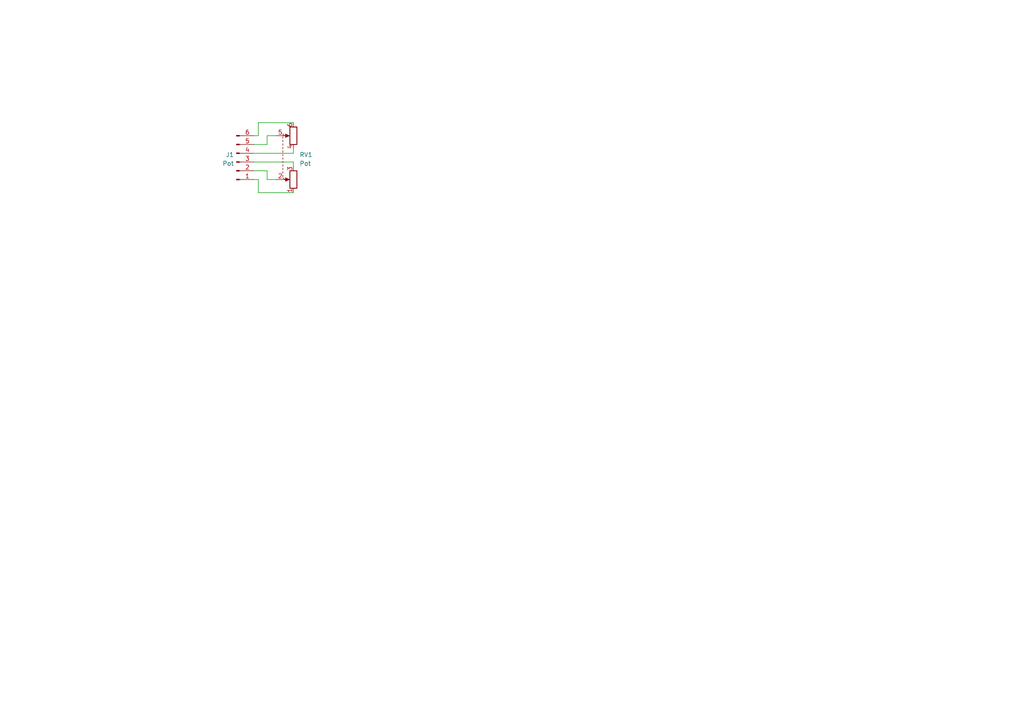
<source format=kicad_sch>
(kicad_sch (version 20211123) (generator eeschema)
  (paper "A4")
  (lib_symbols
    (symbol "Connector:Conn_01x06_Male" (pin_names (offset 1.016) hide)
      (property "Reference" "J" (at 0 7.62 0))
      (property "Value" "Conn_01x06_Male" (at 0 -10.16 0))
      (symbol "Conn_01x06_Male_1_1"
        (polyline (pts (xy 1.27 -7.62) (xy 0.8636 -7.62)) (stroke (width 0.1524)))
        (polyline (pts (xy 1.27 -5.08) (xy 0.8636 -5.08)) (stroke (width 0.1524)))
        (polyline (pts (xy 1.27 -2.54) (xy 0.8636 -2.54)) (stroke (width 0.1524)))
        (polyline (pts (xy 1.27 0) (xy 0.8636 0)) (stroke (width 0.1524)))
        (polyline (pts (xy 1.27 2.54) (xy 0.8636 2.54)) (stroke (width 0.1524)))
        (polyline (pts (xy 1.27 5.08) (xy 0.8636 5.08)) (stroke (width 0.1524)))
        (rectangle (start 0.8636 -7.493) (end 0 -7.747) (stroke (width 0.1524)) (fill (type outline)))
        (rectangle (start 0.8636 -4.953) (end 0 -5.207) (stroke (width 0.1524)) (fill (type outline)))
        (rectangle (start 0.8636 -2.413) (end 0 -2.667) (stroke (width 0.1524)) (fill (type outline)))
        (rectangle (start 0.8636 0.127) (end 0 -0.127) (stroke (width 0.1524)) (fill (type outline)))
        (rectangle (start 0.8636 2.667) (end 0 2.413) (stroke (width 0.1524)) (fill (type outline)))
        (rectangle (start 0.8636 5.207) (end 0 4.953) (stroke (width 0.1524)) (fill (type outline)))
        (pin passive line (at 5.08 5.08 180) (length 3.81) (name "Pin_1") (number "1"))
        (pin passive line (at 5.08 2.54 180) (length 3.81) (name "Pin_2") (number "2"))
        (pin passive line (at 5.08 0 180) (length 3.81) (name "Pin_3") (number "3"))
        (pin passive line (at 5.08 -2.54 180) (length 3.81) (name "Pin_4") (number "4"))
        (pin passive line (at 5.08 -5.08 180) (length 3.81) (name "Pin_5") (number "5"))
        (pin passive line (at 5.08 -7.62 180) (length 3.81) (name "Pin_6") (number "6"))
      )
    )
    (symbol "Device:R_Potentiometer_Dual" (pin_names (offset 1.016) hide)
      (property "Reference" "RV" (at 0 3.81 0))
      (property "Value" "R_Potentiometer_Dual" (at 0 1.905 0))
      (symbol "R_Potentiometer_Dual_0_1"
        (rectangle (start -8.89 -1.524) (end -3.81 -3.556) (stroke (width 0.254)))
        (polyline (pts (xy -6.35 0) (xy -6.35 -1.016)))
        (polyline (pts (xy -6.35 0) (xy -6.35 -1.016)))
        (polyline (pts (xy -6.35 0) (xy -5.842 0.508)))
        (polyline (pts (xy -5.588 0.508) (xy -5.08 0.508)))
        (polyline (pts (xy -4.572 0.508) (xy -4.064 0.508)))
        (polyline (pts (xy -3.556 0.508) (xy -3.048 0.508)))
        (polyline (pts (xy -2.54 0.508) (xy -2.032 0.508)))
        (polyline (pts (xy -1.524 0.508) (xy -1.016 0.508)))
        (polyline (pts (xy -0.508 0.508) (xy 0 0.508)))
        (polyline (pts (xy 0.508 0.508) (xy 1.016 0.508)))
        (polyline (pts (xy 1.524 0.508) (xy 2.032 0.508)))
        (polyline (pts (xy 2.54 0.508) (xy 3.048 0.508)))
        (polyline (pts (xy 3.556 0.508) (xy 4.064 0.508)))
        (polyline (pts (xy 4.572 0.508) (xy 5.08 0.508)))
        (polyline (pts (xy 5.588 0.508) (xy 6.096 0.508)))
        (polyline (pts (xy 6.35 0) (xy 6.35 -1.016)))
        (polyline (pts (xy 6.35 0) (xy 6.35 -1.016)))
        (polyline (pts (xy 6.604 0.508) (xy 6.858 0.508) (xy 6.35 0)))
        (polyline (pts (xy -6.35 -1.397) (xy -6.858 -0.254) (xy -5.842 -0.254) (xy -6.35 -1.397)) (fill (type outline)))
        (polyline (pts (xy 6.35 -1.397) (xy 5.842 -0.254) (xy 6.858 -0.254) (xy 6.35 -1.397)) (fill (type outline)))
        (rectangle (start 3.81 -1.524) (end 8.89 -3.556) (stroke (width 0.254)))
      )
      (symbol "R_Potentiometer_Dual_1_1"
        (pin passive line (at -10.16 -2.54 0) (length 1.27) (name "1") (number "1"))
        (pin passive line (at -6.35 2.54 270) (length 2.54) (name "2") (number "2"))
        (pin passive line (at -2.54 -2.54 180) (length 1.27) (name "3") (number "3"))
        (pin passive line (at 2.54 -2.54 0) (length 1.27) (name "4") (number "4"))
        (pin passive line (at 6.35 2.54 270) (length 2.54) (name "5") (number "5"))
        (pin passive line (at 10.16 -2.54 180) (length 1.27) (name "6") (number "6"))
      )
    )
  )
  (wire (pts (xy 74.93 55.88) (xy 85.09 55.88)))
  (wire (pts (xy 73.66 41.91) (xy 77.47 41.91)))
  (wire (pts (xy 77.47 41.91) (xy 77.47 39.37)))
  (wire (pts (xy 85.09 46.99) (xy 85.09 48.26)))
  (wire (pts (xy 85.09 44.45) (xy 85.09 43.18)))
  (wire (pts (xy 73.66 46.99) (xy 85.09 46.99)))
  (wire (pts (xy 73.66 39.37) (xy 74.93 39.37)))
  (wire (pts (xy 74.93 52.07) (xy 74.93 55.88)))
  (wire (pts (xy 74.93 35.56) (xy 85.09 35.56)))
  (wire (pts (xy 73.66 52.07) (xy 74.93 52.07)))
  (wire (pts (xy 77.47 52.07) (xy 80.01 52.07)))
  (wire (pts (xy 73.66 44.45) (xy 85.09 44.45)))
  (wire (pts (xy 77.47 39.37) (xy 80.01 39.37)))
  (wire (pts (xy 74.93 39.37) (xy 74.93 35.56)))
  (wire (pts (xy 77.47 49.53) (xy 77.47 52.07)))
  (wire (pts (xy 73.66 49.53) (xy 77.47 49.53)))
  (symbol (lib_id "Device:R_Potentiometer_Dual") (at 82.55 45.72 90) (unit 1)
    (property "Reference" "RV1" (at 86.868 44.8853 90) (effects (justify right)))
    (property "Value" "Pot" (at 86.868 47.4222 90) (effects (justify right)))
    (property "Footprint" "Potentiometer_THT:Potentiometer_Alps_RK163_Dual_Horizontal" (effects hide))
  )
  (symbol (lib_id "Connector:Conn_01x06_Male") (at 68.58 46.99 0) (mirror x) (unit 1)
    (property "Reference" "J1" (at 67.8688 44.8853 0) (effects (justify right)))
    (property "Value" "Pot" (at 67.8688 47.4222 0) (effects (justify right)))
    (property "Footprint" "Connector_JST:JST_XH_B6B-XH-AM_1x06_P2.50mm_Vertical" (effects hide))
  )
)
</source>
